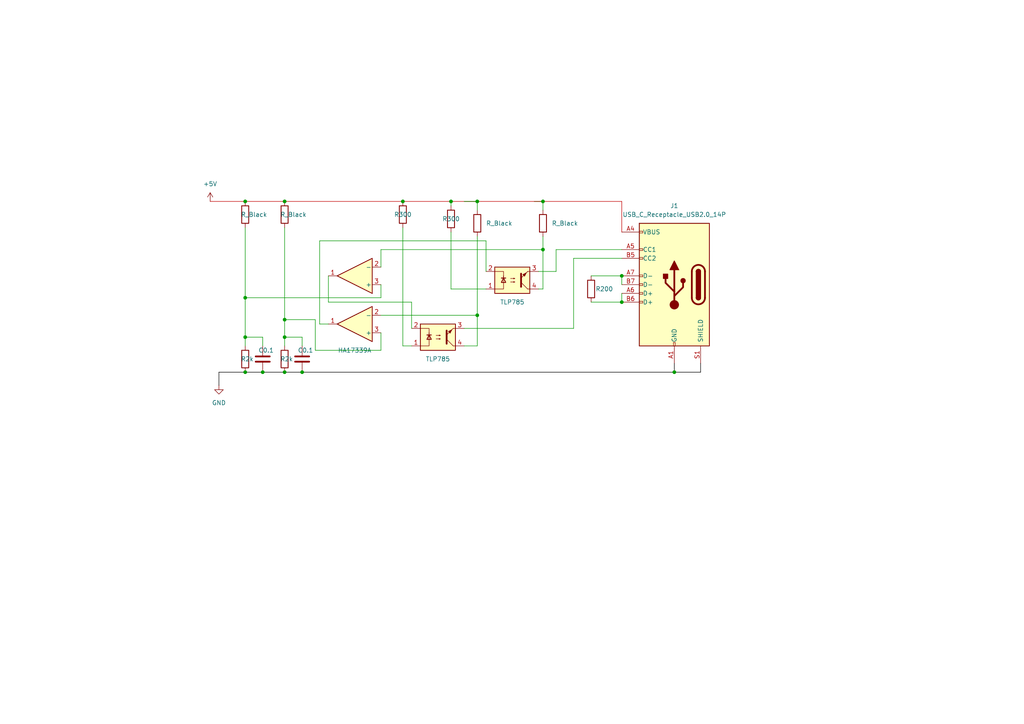
<source format=kicad_sch>
(kicad_sch (version 20230121) (generator eeschema)
  (paper "A4")
  (lib_symbols
    (symbol "Amplifier_Operational:NJM2043" (pin_names (offset 0.127))
      (property "Reference" "U" (at 0 5.08 0))
      (property "Value" "NJM2043" (at 0 -5.08 0))
      (symbol "NJM2043_1_1"
        (polyline (pts (xy -5.08 5.08) (xy 5.08 0) (xy -5.08 -5.08) (xy -5.08 5.08)) (stroke (width 0.254)) (fill (type background)))
        (pin output line (at 7.62 0 180) (length 2.54) (name "~") (number "1"))
        (pin input line (at -7.62 -2.54 0) (length 2.54) (name "-") (number "2"))
        (pin input line (at -7.62 2.54 0) (length 2.54) (name "+") (number "3"))
      )
      (symbol "NJM2043_2_1"
        (polyline (pts (xy -5.08 5.08) (xy 5.08 0) (xy -5.08 -5.08) (xy -5.08 5.08)) (stroke (width 0.254)) (fill (type background)))
        (pin input line (at -7.62 2.54 0) (length 2.54) (name "+") (number "5"))
        (pin input line (at -7.62 -2.54 0) (length 2.54) (name "-") (number "6"))
        (pin output line (at 7.62 0 180) (length 2.54) (name "~") (number "7"))
      )
      (symbol "NJM2043_3_1"
        (pin power_in line (at -2.54 -7.62 90) (length 3.81) (name "V-") (number "4"))
        (pin power_in line (at -2.54 7.62 270) (length 3.81) (name "V+") (number "8"))
      )
    )
    (symbol "Connector:USB_C_Receptacle_USB2.0_14P" (pin_names (offset 1.016))
      (property "Reference" "J" (at 0 22.225 0))
      (property "Value" "USB_C_Receptacle_USB2.0_14P" (at 0 19.685 0))
      (symbol "USB_C_Receptacle_USB2.0_14P_0_0"
        (rectangle (start -0.254 -17.78) (end 0.254 -16.764))
        (rectangle (start 10.16 -4.826) (end 9.144 -5.334))
        (rectangle (start 10.16 -2.286) (end 9.144 -2.794))
        (rectangle (start 10.16 0.254) (end 9.144 -0.254))
        (rectangle (start 10.16 2.794) (end 9.144 2.286))
        (rectangle (start 10.16 7.874) (end 9.144 7.366))
        (rectangle (start 10.16 10.414) (end 9.144 9.906))
        (rectangle (start 10.16 15.494) (end 9.144 14.986))
      )
      (symbol "USB_C_Receptacle_USB2.0_14P_0_1"
        (rectangle (start -10.16 17.78) (end 10.16 -17.78) (stroke (width 0.254)) (fill (type background)))
        (arc (start -8.89 -3.81) (mid -6.985 -5.7067) (end -5.08 -3.81) (stroke (width 0.508)))
        (arc (start -7.62 -3.81) (mid -6.985 -4.4423) (end -6.35 -3.81) (stroke (width 0.254)))
        (arc (start -7.62 -3.81) (mid -6.985 -4.4423) (end -6.35 -3.81) (stroke (width 0.254)) (fill (type outline)))
        (rectangle (start -7.62 -3.81) (end -6.35 3.81) (stroke (width 0.254)) (fill (type outline)))
        (arc (start -6.35 3.81) (mid -6.985 4.4423) (end -7.62 3.81) (stroke (width 0.254)))
        (arc (start -6.35 3.81) (mid -6.985 4.4423) (end -7.62 3.81) (stroke (width 0.254)) (fill (type outline)))
        (arc (start -5.08 3.81) (mid -6.985 5.7067) (end -8.89 3.81) (stroke (width 0.508)))
        (circle (center -2.54 1.143) (radius 0.635) (stroke (width 0.254)) (fill (type outline)))
        (circle (center 0 -5.842) (radius 1.27) (fill (type outline)))
        (polyline (pts (xy -8.89 -3.81) (xy -8.89 3.81)) (stroke (width 0.508)))
        (polyline (pts (xy -5.08 3.81) (xy -5.08 -3.81)) (stroke (width 0.508)))
        (polyline (pts (xy 0 -5.842) (xy 0 4.318)) (stroke (width 0.508)))
        (polyline (pts (xy 0 -3.302) (xy -2.54 -0.762) (xy -2.54 0.508)) (stroke (width 0.508)))
        (polyline (pts (xy 0 -2.032) (xy 2.54 0.508) (xy 2.54 1.778)) (stroke (width 0.508)))
        (polyline (pts (xy -1.27 4.318) (xy 0 6.858) (xy 1.27 4.318) (xy -1.27 4.318)) (stroke (width 0.254)) (fill (type outline)))
        (rectangle (start 1.905 1.778) (end 3.175 3.048) (stroke (width 0.254)) (fill (type outline)))
      )
      (symbol "USB_C_Receptacle_USB2.0_14P_1_1"
        (pin passive line (at 0 -22.86 90) (length 5.08) (name "GND") (number "A1"))
        (pin passive line (at 0 -22.86 90) (length 5.08) hide (name "GND") (number "A12"))
        (pin passive line (at 15.24 15.24 180) (length 5.08) (name "VBUS") (number "A4"))
        (pin bidirectional line (at 15.24 10.16 180) (length 5.08) (name "CC1") (number "A5"))
        (pin bidirectional line (at 15.24 -2.54 180) (length 5.08) (name "D+") (number "A6"))
        (pin bidirectional line (at 15.24 2.54 180) (length 5.08) (name "D-") (number "A7"))
        (pin passive line (at 15.24 15.24 180) (length 5.08) hide (name "VBUS") (number "A9"))
        (pin passive line (at 0 -22.86 90) (length 5.08) hide (name "GND") (number "B1"))
        (pin passive line (at 0 -22.86 90) (length 5.08) hide (name "GND") (number "B12"))
        (pin passive line (at 15.24 15.24 180) (length 5.08) hide (name "VBUS") (number "B4"))
        (pin bidirectional line (at 15.24 7.62 180) (length 5.08) (name "CC2") (number "B5"))
        (pin bidirectional line (at 15.24 -5.08 180) (length 5.08) (name "D+") (number "B6"))
        (pin bidirectional line (at 15.24 0 180) (length 5.08) (name "D-") (number "B7"))
        (pin passive line (at 15.24 15.24 180) (length 5.08) hide (name "VBUS") (number "B9"))
        (pin passive line (at -7.62 -22.86 90) (length 5.08) (name "SHIELD") (number "S1"))
      )
    )
    (symbol "Device:C" (pin_numbers hide) (pin_names (offset 0.254))
      (property "Reference" "C" (at 0.635 2.54 0))
      (property "Value" "C" (at 0.635 -2.54 0))
      (symbol "C_0_1"
        (polyline (pts (xy -2.032 -0.762) (xy 2.032 -0.762)) (stroke (width 0.508)))
        (polyline (pts (xy -2.032 0.762) (xy 2.032 0.762)) (stroke (width 0.508)))
      )
      (symbol "C_1_1"
        (pin passive line (at 0 3.81 270) (length 2.794) (name "~") (number "1"))
        (pin passive line (at 0 -3.81 90) (length 2.794) (name "~") (number "2"))
      )
    )
    (symbol "Device:R" (pin_numbers hide) (pin_names (offset 0))
      (property "Reference" "R" (at 2.032 0 90))
      (property "Value" "R" (at 0 0 90))
      (symbol "R_0_1"
        (rectangle (start -1.016 -2.54) (end 1.016 2.54) (stroke (width 0.254)))
      )
      (symbol "R_1_1"
        (pin passive line (at 0 3.81 270) (length 1.27) (name "~") (number "1"))
        (pin passive line (at 0 -3.81 90) (length 1.27) (name "~") (number "2"))
      )
    )
    (symbol "Isolator:TLP785" (pin_names (offset 1.016))
      (property "Reference" "U" (at -5.08 5.08 0))
      (property "Value" "TLP785" (at 0 5.08 0))
      (symbol "TLP785_0_1"
        (rectangle (start -5.08 3.81) (end 5.08 -3.81) (stroke (width 0.254)) (fill (type background)))
        (polyline (pts (xy -3.175 -0.635) (xy -1.905 -0.635)) (stroke (width 0.254)))
        (polyline (pts (xy 2.54 0.635) (xy 4.445 2.54)))
        (polyline (pts (xy 4.445 -2.54) (xy 2.54 -0.635)) (fill (type outline)))
        (polyline (pts (xy 4.445 -2.54) (xy 5.08 -2.54)))
        (polyline (pts (xy 4.445 2.54) (xy 5.08 2.54)))
        (polyline (pts (xy -2.54 -0.635) (xy -2.54 -2.54) (xy -5.08 -2.54)))
        (polyline (pts (xy 2.54 1.905) (xy 2.54 -1.905) (xy 2.54 -1.905)) (stroke (width 0.508)))
        (polyline (pts (xy -5.08 2.54) (xy -2.54 2.54) (xy -2.54 -1.27) (xy -2.54 0.635)))
        (polyline (pts (xy -2.54 -0.635) (xy -3.175 0.635) (xy -1.905 0.635) (xy -2.54 -0.635)) (stroke (width 0.254)))
        (polyline (pts (xy -0.508 -0.508) (xy 0.762 -0.508) (xy 0.381 -0.635) (xy 0.381 -0.381) (xy 0.762 -0.508)))
        (polyline (pts (xy -0.508 0.508) (xy 0.762 0.508) (xy 0.381 0.381) (xy 0.381 0.635) (xy 0.762 0.508)))
        (polyline (pts (xy 3.048 -1.651) (xy 3.556 -1.143) (xy 4.064 -2.159) (xy 3.048 -1.651) (xy 3.048 -1.651)) (fill (type outline)))
      )
      (symbol "TLP785_1_1"
        (pin passive line (at -7.62 2.54 0) (length 2.54) (name "~") (number "1"))
        (pin passive line (at -7.62 -2.54 0) (length 2.54) (name "~") (number "2"))
        (pin passive line (at 7.62 -2.54 180) (length 2.54) (name "~") (number "3"))
        (pin passive line (at 7.62 2.54 180) (length 2.54) (name "~") (number "4"))
      )
    )
    (symbol "power:+5V" (power) (pin_names (offset 0))
      (property "Value" "+5V" (at 0 3.556 0))
      (symbol "+5V_0_1"
        (polyline (pts (xy -0.762 1.27) (xy 0 2.54)))
        (polyline (pts (xy 0 0) (xy 0 2.54)))
        (polyline (pts (xy 0 2.54) (xy 0.762 1.27)))
      )
      (symbol "+5V_1_1"
        (pin power_in line (at 0 0 90) (length 0) hide (name "+5V") (number "1"))
      )
    )
    (symbol "power:GND" (power) (pin_names (offset 0))
      (property "Value" "GND" (at 0 -3.81 0))
      (symbol "GND_0_1"
        (polyline (pts (xy 0 0) (xy 0 -1.27) (xy 1.27 -1.27) (xy 0 -2.54) (xy -1.27 -1.27) (xy 0 -1.27)))
      )
      (symbol "GND_1_1"
        (pin power_in line (at 0 0 270) (length 0) hide (name "GND") (number "1"))
      )
    )
  )
  (junction (at 71.12 58.42))
  (junction (at 138.43 58.42))
  (junction (at 76.2 107.95))
  (junction (at 195.58 107.95))
  (junction (at 130.81 58.42))
  (junction (at 71.12 97.79))
  (junction (at 180.34 87.63))
  (junction (at 87.63 107.95))
  (junction (at 116.84 58.42))
  (junction (at 138.43 91.44))
  (junction (at 71.12 86.36))
  (junction (at 82.55 97.79))
  (junction (at 82.55 92.71))
  (junction (at 180.34 80.01))
  (junction (at 82.55 58.42))
  (junction (at 71.12 107.95))
  (junction (at 157.48 72.39))
  (junction (at 82.55 107.95))
  (junction (at 157.48 58.42))
  (wire (pts (xy 195.58 107.95) (xy 195.58 105.41)) (stroke (width 0) (color 0 0 0 1)))
  (wire (pts (xy 95.25 87.63) (xy 119.38 87.63)))
  (wire (pts (xy 116.84 58.42) (xy 130.81 58.42)) (stroke (width 0) (color 194 0 0 1)))
  (wire (pts (xy 87.63 107.95) (xy 195.58 107.95)) (stroke (width 0) (color 0 0 0 1)))
  (wire (pts (xy 71.12 66.04) (xy 71.12 86.36)))
  (wire (pts (xy 87.63 100.33) (xy 87.63 97.79)))
  (wire (pts (xy 161.29 72.39) (xy 180.34 72.39)))
  (wire (pts (xy 166.37 74.93) (xy 166.37 95.25)))
  (wire (pts (xy 71.12 107.95) (xy 76.2 107.95)) (stroke (width 0) (color 0 0 0 1)))
  (wire (pts (xy 119.38 100.33) (xy 116.84 100.33)))
  (wire (pts (xy 138.43 58.42) (xy 138.43 60.96)))
  (wire (pts (xy 157.48 72.39) (xy 157.48 68.58)))
  (wire (pts (xy 119.38 87.63) (xy 119.38 95.25)))
  (wire (pts (xy 82.55 58.42) (xy 116.84 58.42)) (stroke (width 0) (color 194 0 0 1)))
  (wire (pts (xy 195.58 107.95) (xy 203.2 107.95)) (stroke (width 0) (color 0 0 0 1)))
  (wire (pts (xy 116.84 66.04) (xy 116.84 100.33)))
  (wire (pts (xy 110.49 101.6) (xy 91.44 101.6)))
  (wire (pts (xy 110.49 72.39) (xy 157.48 72.39)))
  (wire (pts (xy 92.71 93.98) (xy 92.71 69.85)))
  (wire (pts (xy 82.55 92.71) (xy 82.55 97.79)))
  (wire (pts (xy 138.43 58.42) (xy 134.62 58.42)))
  (wire (pts (xy 63.5 107.95) (xy 71.12 107.95)) (stroke (width 0) (color 0 0 0 1)))
  (wire (pts (xy 156.21 83.82) (xy 157.48 83.82)))
  (wire (pts (xy 180.34 58.42) (xy 180.34 67.31)) (stroke (width 0) (color 194 0 0 1)))
  (wire (pts (xy 71.12 97.79) (xy 71.12 100.33)))
  (wire (pts (xy 157.48 83.82) (xy 157.48 72.39)))
  (wire (pts (xy 140.97 83.82) (xy 130.81 83.82)))
  (wire (pts (xy 161.29 72.39) (xy 161.29 78.74)))
  (wire (pts (xy 140.97 69.85) (xy 140.97 78.74)))
  (wire (pts (xy 87.63 107.95) (xy 82.55 107.95)) (stroke (width 0) (color 0 0 0 1)))
  (wire (pts (xy 82.55 97.79) (xy 82.55 100.33)))
  (wire (pts (xy 63.5 107.95) (xy 63.5 111.76)) (stroke (width 0) (color 0 0 0 1)))
  (wire (pts (xy 134.62 100.33) (xy 138.43 100.33)))
  (wire (pts (xy 76.2 107.95) (xy 82.55 107.95)) (stroke (width 0) (color 0 0 0 1)))
  (wire (pts (xy 171.45 87.63) (xy 180.34 87.63)))
  (wire (pts (xy 130.81 67.31) (xy 130.81 83.82)))
  (wire (pts (xy 76.2 97.79) (xy 71.12 97.79)))
  (wire (pts (xy 71.12 86.36) (xy 71.12 97.79)))
  (wire (pts (xy 130.81 58.42) (xy 130.81 59.69)))
  (wire (pts (xy 203.2 107.95) (xy 203.2 105.41)) (stroke (width 0) (color 0 0 0 1)))
  (wire (pts (xy 180.34 85.09) (xy 180.34 87.63)))
  (wire (pts (xy 180.34 80.01) (xy 180.34 82.55)))
  (wire (pts (xy 110.49 86.36) (xy 71.12 86.36)))
  (wire (pts (xy 134.62 95.25) (xy 166.37 95.25)))
  (wire (pts (xy 92.71 69.85) (xy 140.97 69.85)))
  (wire (pts (xy 87.63 97.79) (xy 82.55 97.79)))
  (wire (pts (xy 91.44 101.6) (xy 91.44 92.71)))
  (wire (pts (xy 157.48 58.42) (xy 180.34 58.42)) (stroke (width 0) (color 194 0 0 1)))
  (wire (pts (xy 157.48 58.42) (xy 154.94 58.42)))
  (wire (pts (xy 82.55 66.04) (xy 82.55 92.71)))
  (wire (pts (xy 95.25 80.01) (xy 95.25 87.63)))
  (wire (pts (xy 180.34 74.93) (xy 166.37 74.93)))
  (wire (pts (xy 110.49 91.44) (xy 138.43 91.44)))
  (wire (pts (xy 161.29 78.74) (xy 156.21 78.74)))
  (wire (pts (xy 110.49 77.47) (xy 110.49 72.39)))
  (wire (pts (xy 110.49 82.55) (xy 110.49 86.36)))
  (wire (pts (xy 76.2 100.33) (xy 76.2 97.79)))
  (wire (pts (xy 60.96 58.42) (xy 71.12 58.42)) (stroke (width 0) (color 194 0 0 1)))
  (wire (pts (xy 71.12 58.42) (xy 82.55 58.42)) (stroke (width 0) (color 194 0 0 1)))
  (wire (pts (xy 138.43 58.42) (xy 157.48 58.42)) (stroke (width 0) (color 194 0 0 1)))
  (wire (pts (xy 157.48 58.42) (xy 157.48 60.96)))
  (wire (pts (xy 130.81 58.42) (xy 138.43 58.42)) (stroke (width 0) (color 194 0 0 1)))
  (wire (pts (xy 95.25 93.98) (xy 92.71 93.98)))
  (wire (pts (xy 138.43 68.58) (xy 138.43 91.44)))
  (wire (pts (xy 110.49 96.52) (xy 110.49 101.6)))
  (wire (pts (xy 138.43 100.33) (xy 138.43 91.44)))
  (wire (pts (xy 91.44 92.71) (xy 82.55 92.71)))
  (wire (pts (xy 171.45 80.01) (xy 180.34 80.01)))
  (symbol (lib_id "Device:R") (at 171.45 83.82 0) (unit 1)
    (property "Reference" "R200" (at 172.72 83.82 0) (effects (justify left)))
    (property "Value" "R" (effects hide))
  )
  (symbol (lib_id "Device:C") (at 87.63 104.14 0) (unit 1)
    (property "Reference" "C0.1" (at 86.36 101.6 0) (effects (justify left)))
    (property "Value" "C" (effects hide))
  )
  (symbol (lib_id "Isolator:TLP785") (at 127 97.79 0) (mirror x) (unit 1)
    (property "Reference" "U4" (effects hide))
    (property "Value" "TLP785" (at 127 104.14 0))
    (property "Footprint" "Package_DIP:DIP-4_W7.62mm" (effects hide))
    (property "Datasheet" "https://toshiba.semicon-storage.com/info/docget.jsp?did=10569&prodName=TLP785" (effects hide))
  )
  (symbol (lib_id "Device:R") (at 116.84 62.23 0) (unit 1)
    (property "Reference" "R300" (at 114.3 62.23 0) (effects (justify left)))
    (property "Value" "R" (effects hide))
  )
  (symbol (lib_id "Device:R") (at 157.48 64.77 0) (unit 1)
    (property "Reference" "R_Black" (at 160.02 64.77 0) (effects (justify left)))
    (property "Value" "R" (effects hide))
  )
  (symbol (lib_id "power:+5V") (at 60.96 58.42 0) (unit 1)
    (property "Reference" "#PWR03" (effects hide))
    (property "Value" "+5V" (at 60.96 53.34 0))
  )
  (symbol (lib_id "Device:R") (at 130.81 63.5 0) (unit 1)
    (property "Reference" "R300" (at 128.27 63.5 0) (effects (justify left)))
    (property "Value" "R" (effects hide))
  )
  (symbol (lib_id "Device:R") (at 82.55 62.23 0) (unit 1)
    (property "Reference" "R_Black" (at 81.28 62.23 0) (effects (justify left)))
    (property "Value" "R" (effects hide))
  )
  (symbol (lib_id "Amplifier_Operational:NJM2043") (at 102.87 93.98 180) (unit 1)
    (property "Reference" "U3" (effects hide))
    (property "Value" "HA17339A" (at 102.87 101.6 0))
    (property "Datasheet" "http://www.njr.com/semicon/PDF/NJM2043_E.pdf" (effects hide))
  )
  (symbol (lib_id "power:GND") (at 63.5 111.76 0) (unit 1)
    (property "Reference" "#PWR01" (effects hide))
    (property "Value" "GND" (at 63.5 116.84 0))
  )
  (symbol (lib_id "Device:R") (at 71.12 104.14 0) (unit 1)
    (property "Reference" "R2k" (at 69.85 104.14 0) (effects (justify left)))
  )
  (symbol (lib_id "Connector:USB_C_Receptacle_USB2.0_14P") (at 195.58 82.55 0) (mirror y) (unit 1)
    (property "Reference" "J1" (at 195.58 59.69 0))
    (property "Value" "USB_C_Receptacle_USB2.0_14P" (at 195.58 62.23 0))
    (property "Datasheet" "https://www.usb.org/sites/default/files/documents/usb_type-c.zip" (effects hide))
  )
  (symbol (lib_id "Amplifier_Operational:NJM2043") (at 102.87 80.01 180) (unit 1)
    (property "Reference" "U2" (effects hide))
    (property "Value" "HA17339A" (effects hide))
    (property "Datasheet" "http://www.njr.com/semicon/PDF/NJM2043_E.pdf" (effects hide))
  )
  (symbol (lib_id "Device:C") (at 76.2 104.14 0) (unit 1)
    (property "Reference" "C0.1" (at 74.93 101.6 0) (effects (justify left)))
    (property "Value" "C" (effects hide))
  )
  (symbol (lib_id "Device:R") (at 138.43 64.77 0) (unit 1)
    (property "Reference" "R_Black" (at 140.97 64.77 0) (effects (justify left)))
    (property "Value" "R" (effects hide))
  )
  (symbol (lib_id "Device:R") (at 71.12 62.23 0) (unit 1)
    (property "Reference" "R_Black" (at 69.85 62.23 0) (effects (justify left)))
    (property "Value" "R" (effects hide))
  )
  (symbol (lib_id "Isolator:TLP785") (at 148.59 81.28 0) (mirror x) (unit 1)
    (property "Reference" "U1" (effects hide))
    (property "Value" "TLP785" (at 148.59 87.63 0))
    (property "Footprint" "Package_DIP:DIP-4_W7.62mm" (effects hide))
    (property "Datasheet" "https://toshiba.semicon-storage.com/info/docget.jsp?did=10569&prodName=TLP785" (effects hide))
  )
  (symbol (lib_id "Device:R") (at 82.55 104.14 0) (unit 1)
    (property "Reference" "R2k" (at 81.28 104.14 0) (effects (justify left)))
    (property "Value" "R" (effects hide))
  )
)
</source>
